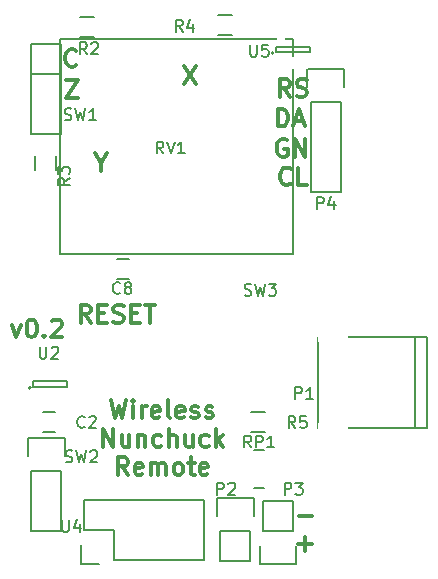
<source format=gto>
G04 #@! TF.FileFunction,Legend,Top*
%FSLAX46Y46*%
G04 Gerber Fmt 4.6, Leading zero omitted, Abs format (unit mm)*
G04 Created by KiCad (PCBNEW (after 2015-mar-04 BZR unknown)-product) date 22/05/2015 04:17:12*
%MOMM*%
G01*
G04 APERTURE LIST*
%ADD10C,0.100000*%
%ADD11C,0.300000*%
%ADD12C,0.150000*%
%ADD13R,1.500000X1.250000*%
%ADD14R,2.301240X0.500380*%
%ADD15R,2.499360X1.998980*%
%ADD16C,0.899160*%
%ADD17R,2.032000X2.032000*%
%ADD18O,2.032000X2.032000*%
%ADD19R,1.500000X1.300000*%
%ADD20R,1.300000X1.500000*%
%ADD21R,0.900000X0.400000*%
%ADD22R,1.397000X1.397000*%
%ADD23C,1.397000*%
%ADD24R,1.727200X1.727200*%
%ADD25O,1.727200X1.727200*%
%ADD26R,2.032000X1.727200*%
%ADD27O,2.032000X1.727200*%
%ADD28R,0.650000X1.060000*%
%ADD29C,1.016000*%
%ADD30C,1.524000*%
%ADD31R,2.000000X2.000000*%
G04 APERTURE END LIST*
D10*
D11*
X147020001Y-62458571D02*
X148020001Y-63958571D01*
X148020001Y-62458571D02*
X147020001Y-63958571D01*
X139980000Y-70644286D02*
X139980000Y-71358571D01*
X139480000Y-69858571D02*
X139980000Y-70644286D01*
X140480000Y-69858571D01*
X156708572Y-100607143D02*
X157851429Y-100607143D01*
X156678572Y-102957143D02*
X157821429Y-102957143D01*
X157250000Y-103528571D02*
X157250000Y-102385714D01*
X139111429Y-84188571D02*
X138611429Y-83474286D01*
X138254286Y-84188571D02*
X138254286Y-82688571D01*
X138825714Y-82688571D01*
X138968572Y-82760000D01*
X139040000Y-82831429D01*
X139111429Y-82974286D01*
X139111429Y-83188571D01*
X139040000Y-83331429D01*
X138968572Y-83402857D01*
X138825714Y-83474286D01*
X138254286Y-83474286D01*
X139754286Y-83402857D02*
X140254286Y-83402857D01*
X140468572Y-84188571D02*
X139754286Y-84188571D01*
X139754286Y-82688571D01*
X140468572Y-82688571D01*
X141040000Y-84117143D02*
X141254286Y-84188571D01*
X141611429Y-84188571D01*
X141754286Y-84117143D01*
X141825715Y-84045714D01*
X141897143Y-83902857D01*
X141897143Y-83760000D01*
X141825715Y-83617143D01*
X141754286Y-83545714D01*
X141611429Y-83474286D01*
X141325715Y-83402857D01*
X141182857Y-83331429D01*
X141111429Y-83260000D01*
X141040000Y-83117143D01*
X141040000Y-82974286D01*
X141111429Y-82831429D01*
X141182857Y-82760000D01*
X141325715Y-82688571D01*
X141682857Y-82688571D01*
X141897143Y-82760000D01*
X142540000Y-83402857D02*
X143040000Y-83402857D01*
X143254286Y-84188571D02*
X142540000Y-84188571D01*
X142540000Y-82688571D01*
X143254286Y-82688571D01*
X143682857Y-82688571D02*
X144540000Y-82688571D01*
X144111429Y-84188571D02*
X144111429Y-82688571D01*
X155980001Y-65068571D02*
X155480001Y-64354286D01*
X155122858Y-65068571D02*
X155122858Y-63568571D01*
X155694286Y-63568571D01*
X155837144Y-63640000D01*
X155908572Y-63711429D01*
X155980001Y-63854286D01*
X155980001Y-64068571D01*
X155908572Y-64211429D01*
X155837144Y-64282857D01*
X155694286Y-64354286D01*
X155122858Y-64354286D01*
X156551429Y-64997143D02*
X156765715Y-65068571D01*
X157122858Y-65068571D01*
X157265715Y-64997143D01*
X157337144Y-64925714D01*
X157408572Y-64782857D01*
X157408572Y-64640000D01*
X157337144Y-64497143D01*
X157265715Y-64425714D01*
X157122858Y-64354286D01*
X156837144Y-64282857D01*
X156694286Y-64211429D01*
X156622858Y-64140000D01*
X156551429Y-63997143D01*
X156551429Y-63854286D01*
X156622858Y-63711429D01*
X156694286Y-63640000D01*
X156837144Y-63568571D01*
X157194286Y-63568571D01*
X157408572Y-63640000D01*
X156057143Y-72425714D02*
X155985714Y-72497143D01*
X155771428Y-72568571D01*
X155628571Y-72568571D01*
X155414286Y-72497143D01*
X155271428Y-72354286D01*
X155200000Y-72211429D01*
X155128571Y-71925714D01*
X155128571Y-71711429D01*
X155200000Y-71425714D01*
X155271428Y-71282857D01*
X155414286Y-71140000D01*
X155628571Y-71068571D01*
X155771428Y-71068571D01*
X155985714Y-71140000D01*
X156057143Y-71211429D01*
X157414286Y-72568571D02*
X156700000Y-72568571D01*
X156700000Y-71068571D01*
X155707143Y-68720000D02*
X155564286Y-68648571D01*
X155350000Y-68648571D01*
X155135715Y-68720000D01*
X154992857Y-68862857D01*
X154921429Y-69005714D01*
X154850000Y-69291429D01*
X154850000Y-69505714D01*
X154921429Y-69791429D01*
X154992857Y-69934286D01*
X155135715Y-70077143D01*
X155350000Y-70148571D01*
X155492857Y-70148571D01*
X155707143Y-70077143D01*
X155778572Y-70005714D01*
X155778572Y-69505714D01*
X155492857Y-69505714D01*
X156421429Y-70148571D02*
X156421429Y-68648571D01*
X157278572Y-70148571D01*
X157278572Y-68648571D01*
X154964286Y-67588571D02*
X154964286Y-66088571D01*
X155321429Y-66088571D01*
X155535714Y-66160000D01*
X155678572Y-66302857D01*
X155750000Y-66445714D01*
X155821429Y-66731429D01*
X155821429Y-66945714D01*
X155750000Y-67231429D01*
X155678572Y-67374286D01*
X155535714Y-67517143D01*
X155321429Y-67588571D01*
X154964286Y-67588571D01*
X156392857Y-67160000D02*
X157107143Y-67160000D01*
X156250000Y-67588571D02*
X156750000Y-66088571D01*
X157250000Y-67588571D01*
X137010001Y-63658571D02*
X138010001Y-63658571D01*
X137010001Y-65158571D01*
X138010001Y-65158571D01*
X137894286Y-62395714D02*
X137822857Y-62467143D01*
X137608571Y-62538571D01*
X137465714Y-62538571D01*
X137251429Y-62467143D01*
X137108571Y-62324286D01*
X137037143Y-62181429D01*
X136965714Y-61895714D01*
X136965714Y-61681429D01*
X137037143Y-61395714D01*
X137108571Y-61252857D01*
X137251429Y-61110000D01*
X137465714Y-61038571D01*
X137608571Y-61038571D01*
X137822857Y-61110000D01*
X137894286Y-61181429D01*
X140852858Y-90788571D02*
X141210001Y-92288571D01*
X141495715Y-91217143D01*
X141781429Y-92288571D01*
X142138572Y-90788571D01*
X142710001Y-92288571D02*
X142710001Y-91288571D01*
X142710001Y-90788571D02*
X142638572Y-90860000D01*
X142710001Y-90931429D01*
X142781429Y-90860000D01*
X142710001Y-90788571D01*
X142710001Y-90931429D01*
X143424287Y-92288571D02*
X143424287Y-91288571D01*
X143424287Y-91574286D02*
X143495715Y-91431429D01*
X143567144Y-91360000D01*
X143710001Y-91288571D01*
X143852858Y-91288571D01*
X144924286Y-92217143D02*
X144781429Y-92288571D01*
X144495715Y-92288571D01*
X144352858Y-92217143D01*
X144281429Y-92074286D01*
X144281429Y-91502857D01*
X144352858Y-91360000D01*
X144495715Y-91288571D01*
X144781429Y-91288571D01*
X144924286Y-91360000D01*
X144995715Y-91502857D01*
X144995715Y-91645714D01*
X144281429Y-91788571D01*
X145852858Y-92288571D02*
X145710000Y-92217143D01*
X145638572Y-92074286D01*
X145638572Y-90788571D01*
X146995714Y-92217143D02*
X146852857Y-92288571D01*
X146567143Y-92288571D01*
X146424286Y-92217143D01*
X146352857Y-92074286D01*
X146352857Y-91502857D01*
X146424286Y-91360000D01*
X146567143Y-91288571D01*
X146852857Y-91288571D01*
X146995714Y-91360000D01*
X147067143Y-91502857D01*
X147067143Y-91645714D01*
X146352857Y-91788571D01*
X147638571Y-92217143D02*
X147781428Y-92288571D01*
X148067143Y-92288571D01*
X148210000Y-92217143D01*
X148281428Y-92074286D01*
X148281428Y-92002857D01*
X148210000Y-91860000D01*
X148067143Y-91788571D01*
X147852857Y-91788571D01*
X147710000Y-91717143D01*
X147638571Y-91574286D01*
X147638571Y-91502857D01*
X147710000Y-91360000D01*
X147852857Y-91288571D01*
X148067143Y-91288571D01*
X148210000Y-91360000D01*
X148852857Y-92217143D02*
X148995714Y-92288571D01*
X149281429Y-92288571D01*
X149424286Y-92217143D01*
X149495714Y-92074286D01*
X149495714Y-92002857D01*
X149424286Y-91860000D01*
X149281429Y-91788571D01*
X149067143Y-91788571D01*
X148924286Y-91717143D01*
X148852857Y-91574286D01*
X148852857Y-91502857D01*
X148924286Y-91360000D01*
X149067143Y-91288571D01*
X149281429Y-91288571D01*
X149424286Y-91360000D01*
X140174286Y-94688571D02*
X140174286Y-93188571D01*
X141031429Y-94688571D01*
X141031429Y-93188571D01*
X142388572Y-93688571D02*
X142388572Y-94688571D01*
X141745715Y-93688571D02*
X141745715Y-94474286D01*
X141817143Y-94617143D01*
X141960001Y-94688571D01*
X142174286Y-94688571D01*
X142317143Y-94617143D01*
X142388572Y-94545714D01*
X143102858Y-93688571D02*
X143102858Y-94688571D01*
X143102858Y-93831429D02*
X143174286Y-93760000D01*
X143317144Y-93688571D01*
X143531429Y-93688571D01*
X143674286Y-93760000D01*
X143745715Y-93902857D01*
X143745715Y-94688571D01*
X145102858Y-94617143D02*
X144960001Y-94688571D01*
X144674287Y-94688571D01*
X144531429Y-94617143D01*
X144460001Y-94545714D01*
X144388572Y-94402857D01*
X144388572Y-93974286D01*
X144460001Y-93831429D01*
X144531429Y-93760000D01*
X144674287Y-93688571D01*
X144960001Y-93688571D01*
X145102858Y-93760000D01*
X145745715Y-94688571D02*
X145745715Y-93188571D01*
X146388572Y-94688571D02*
X146388572Y-93902857D01*
X146317143Y-93760000D01*
X146174286Y-93688571D01*
X145960001Y-93688571D01*
X145817143Y-93760000D01*
X145745715Y-93831429D01*
X147745715Y-93688571D02*
X147745715Y-94688571D01*
X147102858Y-93688571D02*
X147102858Y-94474286D01*
X147174286Y-94617143D01*
X147317144Y-94688571D01*
X147531429Y-94688571D01*
X147674286Y-94617143D01*
X147745715Y-94545714D01*
X149102858Y-94617143D02*
X148960001Y-94688571D01*
X148674287Y-94688571D01*
X148531429Y-94617143D01*
X148460001Y-94545714D01*
X148388572Y-94402857D01*
X148388572Y-93974286D01*
X148460001Y-93831429D01*
X148531429Y-93760000D01*
X148674287Y-93688571D01*
X148960001Y-93688571D01*
X149102858Y-93760000D01*
X149745715Y-94688571D02*
X149745715Y-93188571D01*
X149888572Y-94117143D02*
X150317143Y-94688571D01*
X150317143Y-93688571D02*
X149745715Y-94260000D01*
X142281429Y-97088571D02*
X141781429Y-96374286D01*
X141424286Y-97088571D02*
X141424286Y-95588571D01*
X141995714Y-95588571D01*
X142138572Y-95660000D01*
X142210000Y-95731429D01*
X142281429Y-95874286D01*
X142281429Y-96088571D01*
X142210000Y-96231429D01*
X142138572Y-96302857D01*
X141995714Y-96374286D01*
X141424286Y-96374286D01*
X143495714Y-97017143D02*
X143352857Y-97088571D01*
X143067143Y-97088571D01*
X142924286Y-97017143D01*
X142852857Y-96874286D01*
X142852857Y-96302857D01*
X142924286Y-96160000D01*
X143067143Y-96088571D01*
X143352857Y-96088571D01*
X143495714Y-96160000D01*
X143567143Y-96302857D01*
X143567143Y-96445714D01*
X142852857Y-96588571D01*
X144210000Y-97088571D02*
X144210000Y-96088571D01*
X144210000Y-96231429D02*
X144281428Y-96160000D01*
X144424286Y-96088571D01*
X144638571Y-96088571D01*
X144781428Y-96160000D01*
X144852857Y-96302857D01*
X144852857Y-97088571D01*
X144852857Y-96302857D02*
X144924286Y-96160000D01*
X145067143Y-96088571D01*
X145281428Y-96088571D01*
X145424286Y-96160000D01*
X145495714Y-96302857D01*
X145495714Y-97088571D01*
X146424286Y-97088571D02*
X146281428Y-97017143D01*
X146210000Y-96945714D01*
X146138571Y-96802857D01*
X146138571Y-96374286D01*
X146210000Y-96231429D01*
X146281428Y-96160000D01*
X146424286Y-96088571D01*
X146638571Y-96088571D01*
X146781428Y-96160000D01*
X146852857Y-96231429D01*
X146924286Y-96374286D01*
X146924286Y-96802857D01*
X146852857Y-96945714D01*
X146781428Y-97017143D01*
X146638571Y-97088571D01*
X146424286Y-97088571D01*
X147352857Y-96088571D02*
X147924286Y-96088571D01*
X147567143Y-95588571D02*
X147567143Y-96874286D01*
X147638571Y-97017143D01*
X147781429Y-97088571D01*
X147924286Y-97088571D01*
X148995714Y-97017143D02*
X148852857Y-97088571D01*
X148567143Y-97088571D01*
X148424286Y-97017143D01*
X148352857Y-96874286D01*
X148352857Y-96302857D01*
X148424286Y-96160000D01*
X148567143Y-96088571D01*
X148852857Y-96088571D01*
X148995714Y-96160000D01*
X149067143Y-96302857D01*
X149067143Y-96445714D01*
X148352857Y-96588571D01*
X132467144Y-84438571D02*
X132824287Y-85438571D01*
X133181429Y-84438571D01*
X134038572Y-83938571D02*
X134181429Y-83938571D01*
X134324286Y-84010000D01*
X134395715Y-84081429D01*
X134467144Y-84224286D01*
X134538572Y-84510000D01*
X134538572Y-84867143D01*
X134467144Y-85152857D01*
X134395715Y-85295714D01*
X134324286Y-85367143D01*
X134181429Y-85438571D01*
X134038572Y-85438571D01*
X133895715Y-85367143D01*
X133824286Y-85295714D01*
X133752858Y-85152857D01*
X133681429Y-84867143D01*
X133681429Y-84510000D01*
X133752858Y-84224286D01*
X133824286Y-84081429D01*
X133895715Y-84010000D01*
X134038572Y-83938571D01*
X135181429Y-85295714D02*
X135252857Y-85367143D01*
X135181429Y-85438571D01*
X135110000Y-85367143D01*
X135181429Y-85295714D01*
X135181429Y-85438571D01*
X135824286Y-84081429D02*
X135895715Y-84010000D01*
X136038572Y-83938571D01*
X136395715Y-83938571D01*
X136538572Y-84010000D01*
X136610001Y-84081429D01*
X136681429Y-84224286D01*
X136681429Y-84367143D01*
X136610001Y-84581429D01*
X135752858Y-85438571D01*
X136681429Y-85438571D01*
D12*
X136060000Y-91760000D02*
X135060000Y-91760000D01*
X135060000Y-93460000D02*
X136060000Y-93460000D01*
X166559180Y-93110640D02*
X166559180Y-85409360D01*
X167559940Y-93110640D02*
X167559940Y-85409360D01*
X167559940Y-85409360D02*
X158360060Y-85409360D01*
X158360060Y-85409360D02*
X158360060Y-93110640D01*
X158360060Y-93110640D02*
X167559940Y-93110640D01*
X152630000Y-101880000D02*
X152630000Y-104420000D01*
X152910000Y-99060000D02*
X152910000Y-100610000D01*
X152630000Y-101880000D02*
X150090000Y-101880000D01*
X149810000Y-100610000D02*
X149810000Y-99060000D01*
X149810000Y-99060000D02*
X152910000Y-99060000D01*
X150090000Y-101880000D02*
X150090000Y-104420000D01*
X150090000Y-104420000D02*
X152630000Y-104420000D01*
X153690000Y-101840000D02*
X153690000Y-99300000D01*
X153410000Y-104660000D02*
X153410000Y-103110000D01*
X153690000Y-101840000D02*
X156230000Y-101840000D01*
X156510000Y-103110000D02*
X156510000Y-104660000D01*
X156510000Y-104660000D02*
X153410000Y-104660000D01*
X156230000Y-101840000D02*
X156230000Y-99300000D01*
X156230000Y-99300000D02*
X153690000Y-99300000D01*
X138210000Y-58285000D02*
X139410000Y-58285000D01*
X139410000Y-60035000D02*
X138210000Y-60035000D01*
X134435000Y-71310000D02*
X134435000Y-70110000D01*
X136185000Y-70110000D02*
X136185000Y-71310000D01*
X151110000Y-59885000D02*
X149910000Y-59885000D01*
X149910000Y-58135000D02*
X151110000Y-58135000D01*
X153860000Y-93485000D02*
X152660000Y-93485000D01*
X152660000Y-91735000D02*
X153860000Y-91735000D01*
X152960000Y-94985000D02*
X153760000Y-94985000D01*
X152960000Y-98235000D02*
X153760000Y-98235000D01*
X134040000Y-60600000D02*
X136580000Y-60600000D01*
X136580000Y-60600000D02*
X136580000Y-68220000D01*
X136580000Y-68220000D02*
X134040000Y-68220000D01*
X134040000Y-68220000D02*
X134040000Y-60600000D01*
X136580000Y-63140000D02*
X134040000Y-63140000D01*
X141080000Y-104330000D02*
X148700000Y-104330000D01*
X148700000Y-104330000D02*
X148700000Y-99250000D01*
X148700000Y-99250000D02*
X138540000Y-99250000D01*
X138540000Y-99250000D02*
X138540000Y-101790000D01*
X138260000Y-103060000D02*
X138260000Y-104610000D01*
X138540000Y-101790000D02*
X141080000Y-101790000D01*
X141080000Y-101790000D02*
X141080000Y-104330000D01*
X138260000Y-104610000D02*
X139810000Y-104610000D01*
X141360000Y-80510000D02*
X142360000Y-80510000D01*
X142360000Y-78810000D02*
X141360000Y-78810000D01*
X160280000Y-65530000D02*
X160280000Y-73150000D01*
X157740000Y-65530000D02*
X157740000Y-73150000D01*
X157460000Y-62710000D02*
X157460000Y-64260000D01*
X160280000Y-73150000D02*
X157740000Y-73150000D01*
X157740000Y-65530000D02*
X160280000Y-65530000D01*
X160560000Y-64260000D02*
X160560000Y-62710000D01*
X160560000Y-62710000D02*
X157460000Y-62710000D01*
X154615000Y-61375000D02*
G75*
G03X154615000Y-61375000I-100000J0D01*
G01*
X154765000Y-60825000D02*
X154765000Y-61325000D01*
X157665000Y-60825000D02*
X154765000Y-60825000D01*
X157665000Y-61325000D02*
X157665000Y-60825000D01*
X154765000Y-61325000D02*
X157665000Y-61325000D01*
X134060000Y-89710000D02*
G75*
G03X134060000Y-89710000I-100000J0D01*
G01*
X134210000Y-89160000D02*
X134210000Y-89660000D01*
X137110000Y-89160000D02*
X134210000Y-89160000D01*
X137110000Y-89660000D02*
X137110000Y-89160000D01*
X134210000Y-89660000D02*
X137110000Y-89660000D01*
X134090000Y-96780000D02*
X134090000Y-101860000D01*
X134090000Y-101860000D02*
X136630000Y-101860000D01*
X136630000Y-101860000D02*
X136630000Y-96780000D01*
X136910000Y-93960000D02*
X136910000Y-95510000D01*
X136630000Y-96780000D02*
X134090000Y-96780000D01*
X133810000Y-95510000D02*
X133810000Y-93960000D01*
X133810000Y-93960000D02*
X136910000Y-93960000D01*
X156210000Y-60210000D02*
X136510000Y-60210000D01*
X136510000Y-60210000D02*
X136510000Y-78410000D01*
X136510000Y-78410000D02*
X156210000Y-78410000D01*
X156210000Y-78410000D02*
X156210000Y-60210000D01*
X138593334Y-93017143D02*
X138545715Y-93064762D01*
X138402858Y-93112381D01*
X138307620Y-93112381D01*
X138164762Y-93064762D01*
X138069524Y-92969524D01*
X138021905Y-92874286D01*
X137974286Y-92683810D01*
X137974286Y-92540952D01*
X138021905Y-92350476D01*
X138069524Y-92255238D01*
X138164762Y-92160000D01*
X138307620Y-92112381D01*
X138402858Y-92112381D01*
X138545715Y-92160000D01*
X138593334Y-92207619D01*
X138974286Y-92207619D02*
X139021905Y-92160000D01*
X139117143Y-92112381D01*
X139355239Y-92112381D01*
X139450477Y-92160000D01*
X139498096Y-92207619D01*
X139545715Y-92302857D01*
X139545715Y-92398095D01*
X139498096Y-92540952D01*
X138926667Y-93112381D01*
X139545715Y-93112381D01*
X156421905Y-90662381D02*
X156421905Y-89662381D01*
X156802858Y-89662381D01*
X156898096Y-89710000D01*
X156945715Y-89757619D01*
X156993334Y-89852857D01*
X156993334Y-89995714D01*
X156945715Y-90090952D01*
X156898096Y-90138571D01*
X156802858Y-90186190D01*
X156421905Y-90186190D01*
X157945715Y-90662381D02*
X157374286Y-90662381D01*
X157660000Y-90662381D02*
X157660000Y-89662381D01*
X157564762Y-89805238D01*
X157469524Y-89900476D01*
X157374286Y-89948095D01*
X149821905Y-98762381D02*
X149821905Y-97762381D01*
X150202858Y-97762381D01*
X150298096Y-97810000D01*
X150345715Y-97857619D01*
X150393334Y-97952857D01*
X150393334Y-98095714D01*
X150345715Y-98190952D01*
X150298096Y-98238571D01*
X150202858Y-98286190D01*
X149821905Y-98286190D01*
X150774286Y-97857619D02*
X150821905Y-97810000D01*
X150917143Y-97762381D01*
X151155239Y-97762381D01*
X151250477Y-97810000D01*
X151298096Y-97857619D01*
X151345715Y-97952857D01*
X151345715Y-98048095D01*
X151298096Y-98190952D01*
X150726667Y-98762381D01*
X151345715Y-98762381D01*
X155521905Y-98762381D02*
X155521905Y-97762381D01*
X155902858Y-97762381D01*
X155998096Y-97810000D01*
X156045715Y-97857619D01*
X156093334Y-97952857D01*
X156093334Y-98095714D01*
X156045715Y-98190952D01*
X155998096Y-98238571D01*
X155902858Y-98286190D01*
X155521905Y-98286190D01*
X156426667Y-97762381D02*
X157045715Y-97762381D01*
X156712381Y-98143333D01*
X156855239Y-98143333D01*
X156950477Y-98190952D01*
X156998096Y-98238571D01*
X157045715Y-98333810D01*
X157045715Y-98571905D01*
X156998096Y-98667143D01*
X156950477Y-98714762D01*
X156855239Y-98762381D01*
X156569524Y-98762381D01*
X156474286Y-98714762D01*
X156426667Y-98667143D01*
X138793334Y-61472381D02*
X138460000Y-60996190D01*
X138221905Y-61472381D02*
X138221905Y-60472381D01*
X138602858Y-60472381D01*
X138698096Y-60520000D01*
X138745715Y-60567619D01*
X138793334Y-60662857D01*
X138793334Y-60805714D01*
X138745715Y-60900952D01*
X138698096Y-60948571D01*
X138602858Y-60996190D01*
X138221905Y-60996190D01*
X139174286Y-60567619D02*
X139221905Y-60520000D01*
X139317143Y-60472381D01*
X139555239Y-60472381D01*
X139650477Y-60520000D01*
X139698096Y-60567619D01*
X139745715Y-60662857D01*
X139745715Y-60758095D01*
X139698096Y-60900952D01*
X139126667Y-61472381D01*
X139745715Y-61472381D01*
X137332381Y-71956666D02*
X136856190Y-72290000D01*
X137332381Y-72528095D02*
X136332381Y-72528095D01*
X136332381Y-72147142D01*
X136380000Y-72051904D01*
X136427619Y-72004285D01*
X136522857Y-71956666D01*
X136665714Y-71956666D01*
X136760952Y-72004285D01*
X136808571Y-72051904D01*
X136856190Y-72147142D01*
X136856190Y-72528095D01*
X136332381Y-71623333D02*
X136332381Y-71004285D01*
X136713333Y-71337619D01*
X136713333Y-71194761D01*
X136760952Y-71099523D01*
X136808571Y-71051904D01*
X136903810Y-71004285D01*
X137141905Y-71004285D01*
X137237143Y-71051904D01*
X137284762Y-71099523D01*
X137332381Y-71194761D01*
X137332381Y-71480476D01*
X137284762Y-71575714D01*
X137237143Y-71623333D01*
X146893334Y-59552381D02*
X146560000Y-59076190D01*
X146321905Y-59552381D02*
X146321905Y-58552381D01*
X146702858Y-58552381D01*
X146798096Y-58600000D01*
X146845715Y-58647619D01*
X146893334Y-58742857D01*
X146893334Y-58885714D01*
X146845715Y-58980952D01*
X146798096Y-59028571D01*
X146702858Y-59076190D01*
X146321905Y-59076190D01*
X147750477Y-58885714D02*
X147750477Y-59552381D01*
X147512381Y-58504762D02*
X147274286Y-59219048D01*
X147893334Y-59219048D01*
X156443334Y-93112381D02*
X156110000Y-92636190D01*
X155871905Y-93112381D02*
X155871905Y-92112381D01*
X156252858Y-92112381D01*
X156348096Y-92160000D01*
X156395715Y-92207619D01*
X156443334Y-92302857D01*
X156443334Y-92445714D01*
X156395715Y-92540952D01*
X156348096Y-92588571D01*
X156252858Y-92636190D01*
X155871905Y-92636190D01*
X157348096Y-92112381D02*
X156871905Y-92112381D01*
X156824286Y-92588571D01*
X156871905Y-92540952D01*
X156967143Y-92493333D01*
X157205239Y-92493333D01*
X157300477Y-92540952D01*
X157348096Y-92588571D01*
X157395715Y-92683810D01*
X157395715Y-92921905D01*
X157348096Y-93017143D01*
X157300477Y-93064762D01*
X157205239Y-93112381D01*
X156967143Y-93112381D01*
X156871905Y-93064762D01*
X156824286Y-93017143D01*
X152693334Y-94762381D02*
X152360000Y-94286190D01*
X152121905Y-94762381D02*
X152121905Y-93762381D01*
X152502858Y-93762381D01*
X152598096Y-93810000D01*
X152645715Y-93857619D01*
X152693334Y-93952857D01*
X152693334Y-94095714D01*
X152645715Y-94190952D01*
X152598096Y-94238571D01*
X152502858Y-94286190D01*
X152121905Y-94286190D01*
X153121905Y-94762381D02*
X153121905Y-93762381D01*
X153502858Y-93762381D01*
X153598096Y-93810000D01*
X153645715Y-93857619D01*
X153693334Y-93952857D01*
X153693334Y-94095714D01*
X153645715Y-94190952D01*
X153598096Y-94238571D01*
X153502858Y-94286190D01*
X153121905Y-94286190D01*
X154645715Y-94762381D02*
X154074286Y-94762381D01*
X154360000Y-94762381D02*
X154360000Y-93762381D01*
X154264762Y-93905238D01*
X154169524Y-94000476D01*
X154074286Y-94048095D01*
X136906667Y-67014762D02*
X137049524Y-67062381D01*
X137287620Y-67062381D01*
X137382858Y-67014762D01*
X137430477Y-66967143D01*
X137478096Y-66871905D01*
X137478096Y-66776667D01*
X137430477Y-66681429D01*
X137382858Y-66633810D01*
X137287620Y-66586190D01*
X137097143Y-66538571D01*
X137001905Y-66490952D01*
X136954286Y-66443333D01*
X136906667Y-66348095D01*
X136906667Y-66252857D01*
X136954286Y-66157619D01*
X137001905Y-66110000D01*
X137097143Y-66062381D01*
X137335239Y-66062381D01*
X137478096Y-66110000D01*
X137811429Y-66062381D02*
X138049524Y-67062381D01*
X138240001Y-66348095D01*
X138430477Y-67062381D01*
X138668572Y-66062381D01*
X139573334Y-67062381D02*
X139001905Y-67062381D01*
X139287619Y-67062381D02*
X139287619Y-66062381D01*
X139192381Y-66205238D01*
X139097143Y-66300476D01*
X139001905Y-66348095D01*
X136698095Y-100912381D02*
X136698095Y-101721905D01*
X136745714Y-101817143D01*
X136793333Y-101864762D01*
X136888571Y-101912381D01*
X137079048Y-101912381D01*
X137174286Y-101864762D01*
X137221905Y-101817143D01*
X137269524Y-101721905D01*
X137269524Y-100912381D01*
X138174286Y-101245714D02*
X138174286Y-101912381D01*
X137936190Y-100864762D02*
X137698095Y-101579048D01*
X138317143Y-101579048D01*
X141613334Y-81667143D02*
X141565715Y-81714762D01*
X141422858Y-81762381D01*
X141327620Y-81762381D01*
X141184762Y-81714762D01*
X141089524Y-81619524D01*
X141041905Y-81524286D01*
X140994286Y-81333810D01*
X140994286Y-81190952D01*
X141041905Y-81000476D01*
X141089524Y-80905238D01*
X141184762Y-80810000D01*
X141327620Y-80762381D01*
X141422858Y-80762381D01*
X141565715Y-80810000D01*
X141613334Y-80857619D01*
X142184762Y-81190952D02*
X142089524Y-81143333D01*
X142041905Y-81095714D01*
X141994286Y-81000476D01*
X141994286Y-80952857D01*
X142041905Y-80857619D01*
X142089524Y-80810000D01*
X142184762Y-80762381D01*
X142375239Y-80762381D01*
X142470477Y-80810000D01*
X142518096Y-80857619D01*
X142565715Y-80952857D01*
X142565715Y-81000476D01*
X142518096Y-81095714D01*
X142470477Y-81143333D01*
X142375239Y-81190952D01*
X142184762Y-81190952D01*
X142089524Y-81238571D01*
X142041905Y-81286190D01*
X141994286Y-81381429D01*
X141994286Y-81571905D01*
X142041905Y-81667143D01*
X142089524Y-81714762D01*
X142184762Y-81762381D01*
X142375239Y-81762381D01*
X142470477Y-81714762D01*
X142518096Y-81667143D01*
X142565715Y-81571905D01*
X142565715Y-81381429D01*
X142518096Y-81286190D01*
X142470477Y-81238571D01*
X142375239Y-81190952D01*
X158271905Y-74562381D02*
X158271905Y-73562381D01*
X158652858Y-73562381D01*
X158748096Y-73610000D01*
X158795715Y-73657619D01*
X158843334Y-73752857D01*
X158843334Y-73895714D01*
X158795715Y-73990952D01*
X158748096Y-74038571D01*
X158652858Y-74086190D01*
X158271905Y-74086190D01*
X159700477Y-73895714D02*
X159700477Y-74562381D01*
X159462381Y-73514762D02*
X159224286Y-74229048D01*
X159843334Y-74229048D01*
X152608095Y-60672381D02*
X152608095Y-61481905D01*
X152655714Y-61577143D01*
X152703333Y-61624762D01*
X152798571Y-61672381D01*
X152989048Y-61672381D01*
X153084286Y-61624762D01*
X153131905Y-61577143D01*
X153179524Y-61481905D01*
X153179524Y-60672381D01*
X154131905Y-60672381D02*
X153655714Y-60672381D01*
X153608095Y-61148571D01*
X153655714Y-61100952D01*
X153750952Y-61053333D01*
X153989048Y-61053333D01*
X154084286Y-61100952D01*
X154131905Y-61148571D01*
X154179524Y-61243810D01*
X154179524Y-61481905D01*
X154131905Y-61577143D01*
X154084286Y-61624762D01*
X153989048Y-61672381D01*
X153750952Y-61672381D01*
X153655714Y-61624762D01*
X153608095Y-61577143D01*
X134798095Y-86242381D02*
X134798095Y-87051905D01*
X134845714Y-87147143D01*
X134893333Y-87194762D01*
X134988571Y-87242381D01*
X135179048Y-87242381D01*
X135274286Y-87194762D01*
X135321905Y-87147143D01*
X135369524Y-87051905D01*
X135369524Y-86242381D01*
X135798095Y-86337619D02*
X135845714Y-86290000D01*
X135940952Y-86242381D01*
X136179048Y-86242381D01*
X136274286Y-86290000D01*
X136321905Y-86337619D01*
X136369524Y-86432857D01*
X136369524Y-86528095D01*
X136321905Y-86670952D01*
X135750476Y-87242381D01*
X136369524Y-87242381D01*
X136986667Y-95974762D02*
X137129524Y-96022381D01*
X137367620Y-96022381D01*
X137462858Y-95974762D01*
X137510477Y-95927143D01*
X137558096Y-95831905D01*
X137558096Y-95736667D01*
X137510477Y-95641429D01*
X137462858Y-95593810D01*
X137367620Y-95546190D01*
X137177143Y-95498571D01*
X137081905Y-95450952D01*
X137034286Y-95403333D01*
X136986667Y-95308095D01*
X136986667Y-95212857D01*
X137034286Y-95117619D01*
X137081905Y-95070000D01*
X137177143Y-95022381D01*
X137415239Y-95022381D01*
X137558096Y-95070000D01*
X137891429Y-95022381D02*
X138129524Y-96022381D01*
X138320001Y-95308095D01*
X138510477Y-96022381D01*
X138748572Y-95022381D01*
X139081905Y-95117619D02*
X139129524Y-95070000D01*
X139224762Y-95022381D01*
X139462858Y-95022381D01*
X139558096Y-95070000D01*
X139605715Y-95117619D01*
X139653334Y-95212857D01*
X139653334Y-95308095D01*
X139605715Y-95450952D01*
X139034286Y-96022381D01*
X139653334Y-96022381D01*
X145264762Y-69862381D02*
X144931428Y-69386190D01*
X144693333Y-69862381D02*
X144693333Y-68862381D01*
X145074286Y-68862381D01*
X145169524Y-68910000D01*
X145217143Y-68957619D01*
X145264762Y-69052857D01*
X145264762Y-69195714D01*
X145217143Y-69290952D01*
X145169524Y-69338571D01*
X145074286Y-69386190D01*
X144693333Y-69386190D01*
X145550476Y-68862381D02*
X145883809Y-69862381D01*
X146217143Y-68862381D01*
X147074286Y-69862381D02*
X146502857Y-69862381D01*
X146788571Y-69862381D02*
X146788571Y-68862381D01*
X146693333Y-69005238D01*
X146598095Y-69100476D01*
X146502857Y-69148095D01*
X152136667Y-81864762D02*
X152279524Y-81912381D01*
X152517620Y-81912381D01*
X152612858Y-81864762D01*
X152660477Y-81817143D01*
X152708096Y-81721905D01*
X152708096Y-81626667D01*
X152660477Y-81531429D01*
X152612858Y-81483810D01*
X152517620Y-81436190D01*
X152327143Y-81388571D01*
X152231905Y-81340952D01*
X152184286Y-81293333D01*
X152136667Y-81198095D01*
X152136667Y-81102857D01*
X152184286Y-81007619D01*
X152231905Y-80960000D01*
X152327143Y-80912381D01*
X152565239Y-80912381D01*
X152708096Y-80960000D01*
X153041429Y-80912381D02*
X153279524Y-81912381D01*
X153470001Y-81198095D01*
X153660477Y-81912381D01*
X153898572Y-80912381D01*
X154184286Y-80912381D02*
X154803334Y-80912381D01*
X154470000Y-81293333D01*
X154612858Y-81293333D01*
X154708096Y-81340952D01*
X154755715Y-81388571D01*
X154803334Y-81483810D01*
X154803334Y-81721905D01*
X154755715Y-81817143D01*
X154708096Y-81864762D01*
X154612858Y-81912381D01*
X154327143Y-81912381D01*
X154231905Y-81864762D01*
X154184286Y-81817143D01*
%LPC*%
D13*
X134310000Y-92610000D03*
X136810000Y-92610000D03*
D14*
X159510680Y-90860200D03*
X159510680Y-87659800D03*
D15*
X159609740Y-93710080D03*
X159609740Y-84809920D03*
D16*
X162109100Y-91459640D03*
X162109100Y-87060360D03*
D17*
X151360000Y-100610000D03*
D18*
X151360000Y-103150000D03*
D17*
X154960000Y-103110000D03*
D18*
X154960000Y-100570000D03*
D19*
X140160000Y-59160000D03*
X137460000Y-59160000D03*
D20*
X135310000Y-69360000D03*
X135310000Y-72060000D03*
D19*
X149160000Y-59010000D03*
X151860000Y-59010000D03*
X151910000Y-92610000D03*
X154610000Y-92610000D03*
D21*
X154210000Y-97010000D03*
X154210000Y-96210000D03*
X154210000Y-97810000D03*
X154210000Y-95410000D03*
X152510000Y-97810000D03*
X152510000Y-97010000D03*
X152510000Y-96210000D03*
X152510000Y-95410000D03*
D22*
X135310000Y-61870000D03*
D23*
X135310000Y-64410000D03*
X135310000Y-66950000D03*
D24*
X139810000Y-103060000D03*
D25*
X139810000Y-100520000D03*
X142350000Y-103060000D03*
X142350000Y-100520000D03*
X144890000Y-103060000D03*
X144890000Y-100520000D03*
X147430000Y-103060000D03*
X147430000Y-100520000D03*
D13*
X143110000Y-79660000D03*
X140610000Y-79660000D03*
D26*
X159010000Y-64260000D03*
D27*
X159010000Y-66800000D03*
X159010000Y-69340000D03*
X159010000Y-71880000D03*
D28*
X155265000Y-62175000D03*
X156215000Y-62175000D03*
X157165000Y-62175000D03*
X157165000Y-59975000D03*
X155265000Y-59975000D03*
X134710000Y-90510000D03*
X135660000Y-90510000D03*
X136610000Y-90510000D03*
X136610000Y-88310000D03*
X134710000Y-88310000D03*
D26*
X135360000Y-95510000D03*
D27*
X135360000Y-98050000D03*
D29*
X135360000Y-100590000D03*
D30*
X138210000Y-68210000D03*
X138210000Y-70610000D03*
X138210000Y-73010000D03*
X145110000Y-61210000D03*
X147510000Y-61210000D03*
X149910000Y-61210000D03*
D31*
X150610000Y-83235000D03*
X146110000Y-83235000D03*
X150610000Y-79735000D03*
X146110000Y-79735000D03*
M02*

</source>
